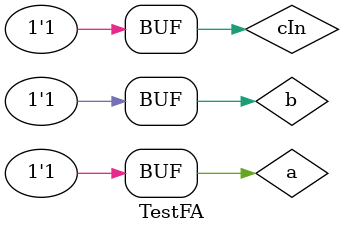
<source format=v>
`timescale 1ns / 1ps


module TestFA;

	// Inputs
	reg cIn;
	reg a;
	reg b;

	// Outputs
	wire s;
	wire cOut;

	// Instantiate the Unit Under Test (UUT)
	FullAdder uut (
		.s(s), 
		.cOut(cOut), 
		.cIn(cIn), 
		.a(a), 
		.b(b)
	);

	initial begin
		// Initialize Inputs
		cIn = 0;
		a = 0;
		b = 0;

		// Wait 100 ns for global reset to finish
		#100;
        
		// Add stimulus here
		$monitor($time,"\ta=%b,\tb=%b,\tcIn=%b,\ts=%b,\tcOut=%b",a,b,cIn,s,cOut);
		#1 a = 0; b = 1; cIn = 0;
		#1 a = 1; b = 1; cIn = 0;
		#1 a = 1; b = 1; cIn = 1;

	end
      
endmodule


</source>
